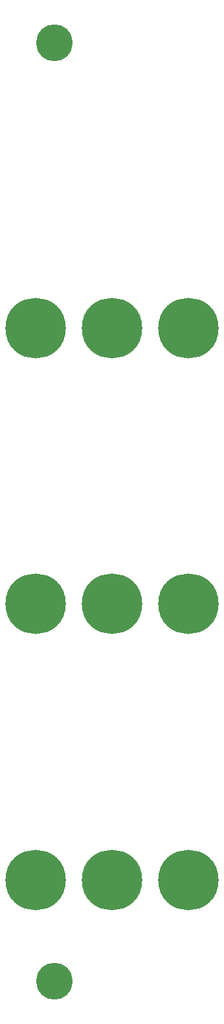
<source format=gbr>
G04 #@! TF.GenerationSoftware,KiCad,Pcbnew,5.1.10-88a1d61d58~88~ubuntu20.04.1*
G04 #@! TF.CreationDate,2021-04-30T11:23:36-07:00*
G04 #@! TF.ProjectId,vca_panel,7663615f-7061-46e6-956c-2e6b69636164,rev?*
G04 #@! TF.SameCoordinates,Original*
G04 #@! TF.FileFunction,Copper,L1,Top*
G04 #@! TF.FilePolarity,Positive*
%FSLAX46Y46*%
G04 Gerber Fmt 4.6, Leading zero omitted, Abs format (unit mm)*
G04 Created by KiCad (PCBNEW 5.1.10-88a1d61d58~88~ubuntu20.04.1) date 2021-04-30 11:23:36*
%MOMM*%
%LPD*%
G01*
G04 APERTURE LIST*
G04 #@! TA.AperFunction,ComponentPad*
%ADD10C,7.900000*%
G04 #@! TD*
G04 #@! TA.AperFunction,ComponentPad*
%ADD11C,4.800000*%
G04 #@! TD*
G04 APERTURE END LIST*
D10*
X24000000Y7000000D03*
X24000000Y43000000D03*
X14000000Y7000000D03*
X4000000Y7000000D03*
X14000000Y43000000D03*
X24000000Y79000000D03*
X4000000Y43000000D03*
X4000000Y79000000D03*
X14000000Y79000000D03*
D11*
X6500000Y116250000D03*
X6500000Y-6250000D03*
M02*

</source>
